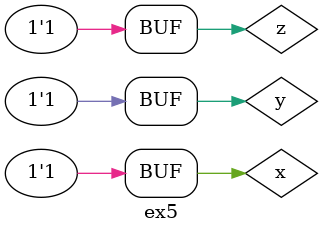
<source format=v>
/*
Pedro Correa Rigotto - Matricula 762281
guia0605
*/

module circ (output s, input x, y, z);
	wire w1, w2;
	and AND1(w1, x, ~y);
	and AND2(w2, x, ~z);
	or OR1(s, w1, w2);
endmodule // circ

module ex5;
	wire s;
	reg x, y, z;
	circ circ1(s, x, y, z);
	
	initial begin
		$display("x y z s");
		$monitor("%b %b %b %b", x, y, z, s);
		   x = 0; y = 0; z = 0;
		#1 x = 0; y = 0; z = 1;
		#1 x = 0; y = 1; z = 0;
		#1 x = 0; y = 1; z = 1;
		#1 x = 1; y = 0; z = 0;
		#1 x = 1; y = 0; z = 1;
		#1 x = 1; y = 1; z = 0;
		#1 x = 1; y = 1; z = 1;
	end
endmodule // ex5
</source>
